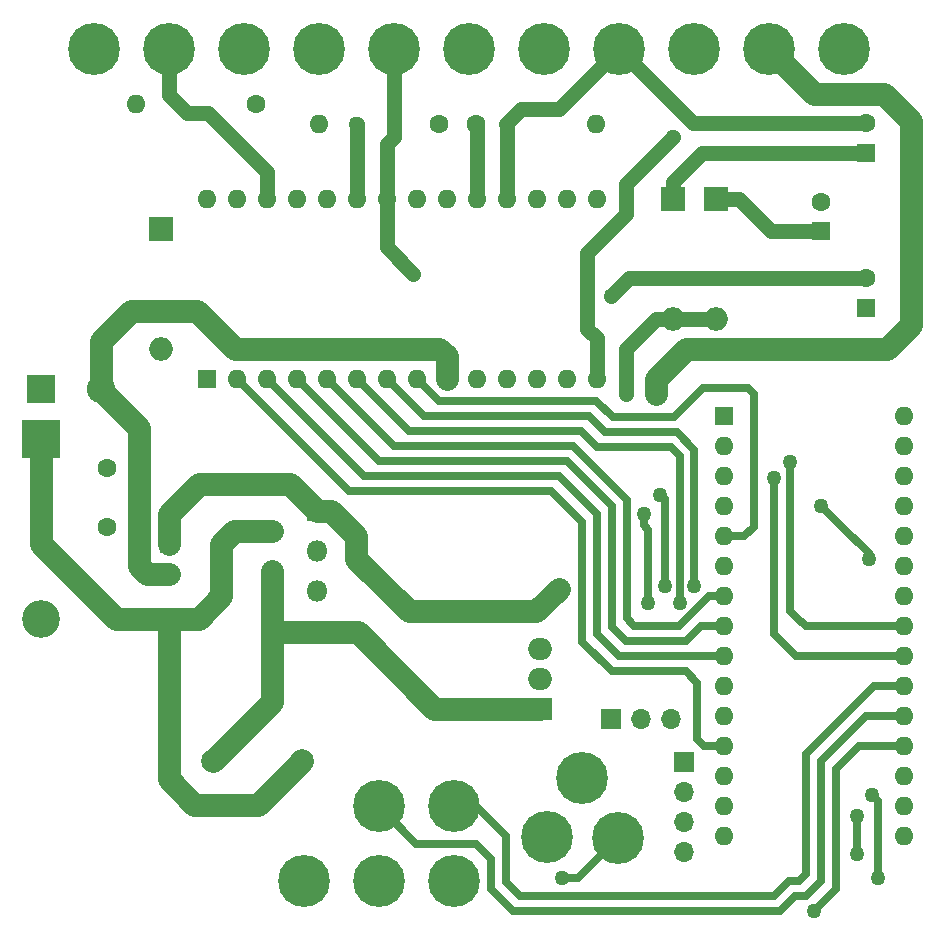
<source format=gbr>
%TF.GenerationSoftware,KiCad,Pcbnew,6.0.11+dfsg-1*%
%TF.CreationDate,2023-11-07T11:39:56+00:00*%
%TF.ProjectId,bb2a,62623261-2e6b-4696-9361-645f70636258,rev?*%
%TF.SameCoordinates,Original*%
%TF.FileFunction,Copper,L2,Bot*%
%TF.FilePolarity,Positive*%
%FSLAX46Y46*%
G04 Gerber Fmt 4.6, Leading zero omitted, Abs format (unit mm)*
G04 Created by KiCad (PCBNEW 6.0.11+dfsg-1) date 2023-11-07 11:39:56*
%MOMM*%
%LPD*%
G01*
G04 APERTURE LIST*
%TA.AperFunction,ComponentPad*%
%ADD10R,1.600000X1.600000*%
%TD*%
%TA.AperFunction,ComponentPad*%
%ADD11O,1.600000X1.600000*%
%TD*%
%TA.AperFunction,ComponentPad*%
%ADD12C,1.600000*%
%TD*%
%TA.AperFunction,ComponentPad*%
%ADD13R,2.000000X2.000000*%
%TD*%
%TA.AperFunction,ComponentPad*%
%ADD14O,2.000000X2.000000*%
%TD*%
%TA.AperFunction,ComponentPad*%
%ADD15C,0.700000*%
%TD*%
%TA.AperFunction,ComponentPad*%
%ADD16C,4.400000*%
%TD*%
%TA.AperFunction,ComponentPad*%
%ADD17R,2.400000X2.400000*%
%TD*%
%TA.AperFunction,ComponentPad*%
%ADD18O,2.400000X2.400000*%
%TD*%
%TA.AperFunction,ComponentPad*%
%ADD19R,1.800000X1.800000*%
%TD*%
%TA.AperFunction,ComponentPad*%
%ADD20O,1.800000X1.800000*%
%TD*%
%TA.AperFunction,ComponentPad*%
%ADD21C,2.000000*%
%TD*%
%TA.AperFunction,ComponentPad*%
%ADD22R,1.700000X1.700000*%
%TD*%
%TA.AperFunction,ComponentPad*%
%ADD23O,1.700000X1.700000*%
%TD*%
%TA.AperFunction,ComponentPad*%
%ADD24R,3.200000X3.200000*%
%TD*%
%TA.AperFunction,ComponentPad*%
%ADD25O,3.200000X3.200000*%
%TD*%
%TA.AperFunction,ComponentPad*%
%ADD26R,2.000000X1.905000*%
%TD*%
%TA.AperFunction,ComponentPad*%
%ADD27O,2.000000X1.905000*%
%TD*%
%TA.AperFunction,ViaPad*%
%ADD28C,1.270000*%
%TD*%
%TA.AperFunction,Conductor*%
%ADD29C,1.905000*%
%TD*%
%TA.AperFunction,Conductor*%
%ADD30C,0.635000*%
%TD*%
%TA.AperFunction,Conductor*%
%ADD31C,1.270000*%
%TD*%
G04 APERTURE END LIST*
D10*
%TO.P,U3,1,VCC*%
%TO.N,+12V*%
X130185000Y-100970000D03*
D11*
%TO.P,U3,2,~{HIN1}*%
%TO.N,/Motor Control/U_PULL_HIGH_LOGIC*%
X132725000Y-100970000D03*
%TO.P,U3,3,~{HIN2}*%
%TO.N,/Motor Control/V_PULL_HIGH_LOGIC*%
X135265000Y-100970000D03*
%TO.P,U3,4,~{HIN3}*%
%TO.N,/Motor Control/W_PULL_HIGH_LOGIC*%
X137805000Y-100970000D03*
%TO.P,U3,5,~{LIN1}*%
%TO.N,/Motor Control/U_PULL_LOW_LOGIC*%
X140345000Y-100970000D03*
%TO.P,U3,6,~{LIN2}*%
%TO.N,/Motor Control/V_PULL_LOW_LOGIC*%
X142885000Y-100970000D03*
%TO.P,U3,7,~{LIN3}*%
%TO.N,/Motor Control/W_PULL_LOW_LOGIC*%
X145425000Y-100970000D03*
%TO.P,U3,8,~{FAULT}*%
%TO.N,/Motor Control/FAULT_LOGIC*%
X147965000Y-100970000D03*
%TO.P,U3,9,ITRIP*%
%TO.N,GNDPWR*%
X150505000Y-100970000D03*
%TO.P,U3,10,CAO*%
%TO.N,unconnected-(U3-Pad10)*%
X153045000Y-100970000D03*
%TO.P,U3,11,CA-*%
%TO.N,unconnected-(U3-Pad11)*%
X155585000Y-100970000D03*
%TO.P,U3,12,VSS*%
%TO.N,GNDPWR*%
X158125000Y-100970000D03*
%TO.P,U3,13,VS0*%
X160665000Y-100970000D03*
%TO.P,U3,14,LO3*%
%TO.N,/Motor Control/W_LOW_SIDE_DRIVE*%
X163205000Y-100970000D03*
%TO.P,U3,15,LO2*%
%TO.N,/Motor Control/V_LOW_SIDE_DRIVE*%
X163205000Y-85730000D03*
%TO.P,U3,16,LO1*%
%TO.N,/Motor Control/U_LOW_SIDE_DRIVE*%
X160665000Y-85730000D03*
%TO.P,U3,17*%
%TO.N,N/C*%
X158125000Y-85730000D03*
%TO.P,U3,18,VS3*%
%TO.N,/Motor Control/MOTOR_W*%
X155585000Y-85730000D03*
%TO.P,U3,19,HO3*%
%TO.N,Net-(R3-Pad1)*%
X153045000Y-85730000D03*
%TO.P,U3,20,VB3*%
%TO.N,Net-(C6-Pad1)*%
X150505000Y-85730000D03*
%TO.P,U3,21*%
%TO.N,N/C*%
X147965000Y-85730000D03*
%TO.P,U3,22,VS2*%
%TO.N,/Motor Control/MOTOR_V*%
X145425000Y-85730000D03*
%TO.P,U3,23,HO2*%
%TO.N,Net-(R2-Pad1)*%
X142885000Y-85730000D03*
%TO.P,U3,24,VB2*%
%TO.N,Net-(C5-Pad1)*%
X140345000Y-85730000D03*
%TO.P,U3,25*%
%TO.N,N/C*%
X137805000Y-85730000D03*
%TO.P,U3,26,VS1*%
%TO.N,/Motor Control/MOTOR U*%
X135265000Y-85730000D03*
%TO.P,U3,27,HO1*%
%TO.N,Net-(R1-Pad1)*%
X132725000Y-85730000D03*
%TO.P,U3,28,VB1*%
%TO.N,Net-(C4-Pad1)*%
X130185000Y-85730000D03*
%TD*%
D10*
%TO.P,C5,1*%
%TO.N,Net-(C5-Pad1)*%
X182245000Y-88474280D03*
D12*
%TO.P,C5,2*%
%TO.N,/Motor Control/MOTOR_V*%
X182245000Y-85974280D03*
%TD*%
D10*
%TO.P,C4,1*%
%TO.N,Net-(C4-Pad1)*%
X186055000Y-94959520D03*
D12*
%TO.P,C4,2*%
%TO.N,/Motor Control/MOTOR U*%
X186055000Y-92459520D03*
%TD*%
D10*
%TO.P,C6,1*%
%TO.N,Net-(C6-Pad1)*%
X186055000Y-81827380D03*
D12*
%TO.P,C6,2*%
%TO.N,/Motor Control/MOTOR_W*%
X186055000Y-79327380D03*
%TD*%
D13*
%TO.P,D3,1,K*%
%TO.N,Net-(C5-Pad1)*%
X173355000Y-85725000D03*
D14*
%TO.P,D3,2,A*%
%TO.N,+12V*%
X173355000Y-95885000D03*
%TD*%
D15*
%TO.P,H20,1,1*%
%TO.N,+5V*%
X165000000Y-138250000D03*
X163350000Y-139900000D03*
X163833274Y-141066726D03*
X166650000Y-139900000D03*
X163833274Y-138733274D03*
X166166726Y-138733274D03*
X166166726Y-141066726D03*
D16*
X165000000Y-139900000D03*
D15*
X165000000Y-141550000D03*
%TD*%
%TO.P,H5,1,1*%
%TO.N,/Motor Control/MOTOR_V*%
X144883274Y-71858274D03*
D16*
X146050000Y-73025000D03*
D15*
X147700000Y-73025000D03*
X144400000Y-73025000D03*
X146050000Y-74675000D03*
X147216726Y-71858274D03*
X147216726Y-74191726D03*
X144883274Y-74191726D03*
X146050000Y-71375000D03*
%TD*%
D17*
%TO.P,C2,1*%
%TO.N,+12V*%
X116205000Y-101854000D03*
D18*
%TO.P,C2,2*%
%TO.N,GNDPWR*%
X121285000Y-101854000D03*
%TD*%
D19*
%TO.P,U1,1,VIN*%
%TO.N,VCC*%
X139545000Y-112170000D03*
D20*
%TO.P,U1,2,OUT*%
%TO.N,Net-(D1-Pad1)*%
X135745000Y-113870000D03*
%TO.P,U1,3,GND*%
%TO.N,GNDPWR*%
X139545000Y-115570000D03*
%TO.P,U1,4,FB*%
%TO.N,+12V*%
X135745000Y-117270000D03*
%TO.P,U1,5,~{ON}/OFF*%
%TO.N,GNDPWR*%
X139545000Y-118970000D03*
%TD*%
D15*
%TO.P,H17,1,1*%
%TO.N,GNDPWR*%
X139596726Y-142333274D03*
X139596726Y-144666726D03*
X136780000Y-143500000D03*
X138430000Y-145150000D03*
X140080000Y-143500000D03*
X138430000Y-141850000D03*
X137263274Y-144666726D03*
D16*
X138430000Y-143500000D03*
D15*
X137263274Y-142333274D03*
%TD*%
%TO.P,H9,1,1*%
%TO.N,/Motor Control/W_LOW_SIDE_DRIVE*%
X170283274Y-74191726D03*
X172616726Y-71858274D03*
X171450000Y-71375000D03*
X172616726Y-74191726D03*
X169800000Y-73025000D03*
X171450000Y-74675000D03*
D16*
X171450000Y-73025000D03*
D15*
X173100000Y-73025000D03*
X170283274Y-71858274D03*
%TD*%
%TO.P,H21,1,1*%
%TO.N,GNDPWR*%
X160650000Y-139800000D03*
X160166726Y-138633274D03*
X160166726Y-140966726D03*
D16*
X159000000Y-139800000D03*
D15*
X157833274Y-140966726D03*
X157833274Y-138633274D03*
X159000000Y-138150000D03*
X157350000Y-139800000D03*
X159000000Y-141450000D03*
%TD*%
D12*
%TO.P,R2,1*%
%TO.N,Net-(R2-Pad1)*%
X149860000Y-79375000D03*
D11*
%TO.P,R2,2*%
%TO.N,/Motor Control/V_HIGH_SIDE_DRIVE*%
X139700000Y-79375000D03*
%TD*%
D10*
%TO.P,A1,1,D1/TX*%
%TO.N,unconnected-(A1-Pad1)*%
X174000000Y-104140000D03*
D11*
%TO.P,A1,2,D0/RX*%
%TO.N,unconnected-(A1-Pad2)*%
X174000000Y-106680000D03*
%TO.P,A1,3,~{RESET}*%
%TO.N,unconnected-(A1-Pad3)*%
X174000000Y-109220000D03*
%TO.P,A1,4,GND*%
%TO.N,GNDPWR*%
X174000000Y-111760000D03*
%TO.P,A1,5,D2*%
%TO.N,/Motor Control/FAULT_LOGIC*%
X174000000Y-114300000D03*
%TO.P,A1,6,D3*%
%TO.N,Net-(J1-Pad1)*%
X174000000Y-116840000D03*
%TO.P,A1,7,D4*%
%TO.N,/Motor Control/U_PULL_LOW_LOGIC*%
X174000000Y-119380000D03*
%TO.P,A1,8,D5*%
%TO.N,/Motor Control/W_PULL_HIGH_LOGIC*%
X174000000Y-121920000D03*
%TO.P,A1,9,D6*%
%TO.N,/Motor Control/V_PULL_HIGH_LOGIC*%
X174000000Y-124460000D03*
%TO.P,A1,10,D7*%
%TO.N,/Motor Control/W_PULL_LOW_LOGIC*%
X174000000Y-127000000D03*
%TO.P,A1,11,D8*%
%TO.N,/Motor Control/V_PULL_LOW_LOGIC*%
X174000000Y-129540000D03*
%TO.P,A1,12,D9*%
%TO.N,/Motor Control/U_PULL_HIGH_LOGIC*%
X174000000Y-132080000D03*
%TO.P,A1,13,D10*%
%TO.N,Net-(A1-Pad13)*%
X174000000Y-134620000D03*
%TO.P,A1,14,D11*%
%TO.N,Net-(A1-Pad14)*%
X174000000Y-137160000D03*
%TO.P,A1,15,D12*%
%TO.N,Net-(A1-Pad15)*%
X174000000Y-139700000D03*
%TO.P,A1,16,D13*%
%TO.N,Net-(A1-Pad16)*%
X189240000Y-139700000D03*
%TO.P,A1,17,3V3*%
%TO.N,unconnected-(A1-Pad17)*%
X189240000Y-137160000D03*
%TO.P,A1,18,AREF*%
%TO.N,unconnected-(A1-Pad18)*%
X189240000Y-134620000D03*
%TO.P,A1,19,A0*%
%TO.N,Net-(A1-Pad19)*%
X189240000Y-132080000D03*
%TO.P,A1,20,A1*%
%TO.N,Net-(A1-Pad20)*%
X189240000Y-129540000D03*
%TO.P,A1,21,A2*%
%TO.N,Net-(A1-Pad21)*%
X189240000Y-127000000D03*
%TO.P,A1,22,A3*%
%TO.N,Net-(A1-Pad22)*%
X189240000Y-124460000D03*
%TO.P,A1,23,A4*%
%TO.N,Net-(A1-Pad23)*%
X189240000Y-121920000D03*
%TO.P,A1,24,A5*%
%TO.N,unconnected-(A1-Pad24)*%
X189240000Y-119380000D03*
%TO.P,A1,25,A6*%
%TO.N,unconnected-(A1-Pad25)*%
X189240000Y-116840000D03*
%TO.P,A1,26,A7*%
%TO.N,unconnected-(A1-Pad26)*%
X189240000Y-114300000D03*
%TO.P,A1,27,+5V*%
%TO.N,+5V*%
X189240000Y-111760000D03*
%TO.P,A1,28,~{RESET}*%
%TO.N,unconnected-(A1-Pad28)*%
X189240000Y-109220000D03*
%TO.P,A1,29,GND*%
%TO.N,GNDPWR*%
X189240000Y-106680000D03*
%TO.P,A1,30,VIN*%
%TO.N,unconnected-(A1-Pad30)*%
X189240000Y-104140000D03*
%TD*%
D15*
%TO.P,H16,1,1*%
%TO.N,Net-(A1-Pad19)*%
X152296726Y-142343274D03*
X149963274Y-144676726D03*
X151130000Y-145160000D03*
X151130000Y-141860000D03*
X152296726Y-144676726D03*
D16*
X151130000Y-143510000D03*
D15*
X152780000Y-143510000D03*
X149963274Y-142343274D03*
X149480000Y-143510000D03*
%TD*%
%TO.P,H10,1,1*%
%TO.N,VCC*%
X178966726Y-71858274D03*
X178966726Y-74191726D03*
X177800000Y-74675000D03*
X179450000Y-73025000D03*
X176150000Y-73025000D03*
D16*
X177800000Y-73025000D03*
D15*
X176633274Y-71858274D03*
X177800000Y-71375000D03*
X176633274Y-74191726D03*
%TD*%
%TO.P,H2,1,1*%
%TO.N,/Motor Control/MOTOR U*%
X125833274Y-74191726D03*
X128166726Y-71858274D03*
D16*
X127000000Y-73025000D03*
D15*
X127000000Y-74675000D03*
X127000000Y-71375000D03*
X128650000Y-73025000D03*
X125833274Y-71858274D03*
X128166726Y-74191726D03*
X125350000Y-73025000D03*
%TD*%
%TO.P,H15,1,1*%
%TO.N,Net-(A1-Pad20)*%
X145946726Y-135993274D03*
X143130000Y-137160000D03*
X143613274Y-135993274D03*
X146430000Y-137160000D03*
D16*
X144780000Y-137160000D03*
D15*
X144780000Y-138810000D03*
X144780000Y-135510000D03*
X145946726Y-138326726D03*
X143613274Y-138326726D03*
%TD*%
%TO.P,H19,1,1*%
%TO.N,+12V*%
X162000000Y-136400000D03*
X160833274Y-133583274D03*
X163650000Y-134750000D03*
X163166726Y-133583274D03*
X163166726Y-135916726D03*
D16*
X162000000Y-134750000D03*
D15*
X162000000Y-133100000D03*
X160350000Y-134750000D03*
X160833274Y-135916726D03*
%TD*%
%TO.P,H3,1,1*%
%TO.N,/Motor Control/U_LOW_SIDE_DRIVE*%
X133350000Y-71375000D03*
X133350000Y-74675000D03*
X132183274Y-71858274D03*
X134516726Y-71858274D03*
X131700000Y-73025000D03*
X134516726Y-74191726D03*
X132183274Y-74191726D03*
X135000000Y-73025000D03*
D16*
X133350000Y-73025000D03*
%TD*%
D12*
%TO.P,R3,1*%
%TO.N,Net-(R3-Pad1)*%
X153035000Y-79375000D03*
D11*
%TO.P,R3,2*%
%TO.N,/Motor Control/W_HIGH_SIDE_DRIVE*%
X163195000Y-79375000D03*
%TD*%
D21*
%TO.P,L1,1,1*%
%TO.N,Net-(D1-Pad1)*%
X138230000Y-133350000D03*
%TO.P,L1,2,2*%
%TO.N,+12V*%
X130730000Y-133350000D03*
%TD*%
D22*
%TO.P,J2,1,Pin_1*%
%TO.N,Net-(A1-Pad13)*%
X170650000Y-133450000D03*
D23*
%TO.P,J2,2,Pin_2*%
%TO.N,Net-(A1-Pad14)*%
X170650000Y-135990000D03*
%TO.P,J2,3,Pin_3*%
%TO.N,Net-(A1-Pad15)*%
X170650000Y-138530000D03*
%TO.P,J2,4,Pin_4*%
%TO.N,Net-(A1-Pad16)*%
X170650000Y-141070000D03*
%TD*%
D15*
%TO.P,H7,1,1*%
%TO.N,/Motor Control/W_HIGH_SIDE_DRIVE*%
X157100000Y-73025000D03*
X158750000Y-71375000D03*
X159916726Y-74191726D03*
X160400000Y-73025000D03*
X159916726Y-71858274D03*
D16*
X158750000Y-73025000D03*
D15*
X158750000Y-74675000D03*
X157583274Y-74191726D03*
X157583274Y-71858274D03*
%TD*%
D22*
%TO.P,J1,1,Pin_1*%
%TO.N,Net-(J1-Pad1)*%
X164420000Y-129750000D03*
D23*
%TO.P,J1,2,Pin_2*%
%TO.N,Net-(A1-Pad23)*%
X166960000Y-129750000D03*
%TO.P,J1,3,Pin_3*%
%TO.N,Net-(A1-Pad22)*%
X169500000Y-129750000D03*
%TD*%
D13*
%TO.P,D4,1,K*%
%TO.N,Net-(C6-Pad1)*%
X169672000Y-85725000D03*
D14*
%TO.P,D4,2,A*%
%TO.N,+12V*%
X169672000Y-95885000D03*
%TD*%
D10*
%TO.P,C1,1*%
%TO.N,VCC*%
X127000000Y-114996210D03*
D12*
%TO.P,C1,2*%
%TO.N,GNDPWR*%
X127000000Y-117496210D03*
%TD*%
D13*
%TO.P,D2,1,K*%
%TO.N,Net-(C4-Pad1)*%
X126365000Y-88265000D03*
D14*
%TO.P,D2,2,A*%
%TO.N,+12V*%
X126365000Y-98425000D03*
%TD*%
D24*
%TO.P,D1,1,K*%
%TO.N,Net-(D1-Pad1)*%
X116205000Y-106045000D03*
D25*
%TO.P,D1,2,A*%
%TO.N,GNDPWR*%
X116205000Y-121285000D03*
%TD*%
D15*
%TO.P,H6,1,1*%
%TO.N,/Motor Control/V_LOW_SIDE_DRIVE*%
X153566726Y-74191726D03*
X152400000Y-74675000D03*
X154050000Y-73025000D03*
X152400000Y-71375000D03*
X151233274Y-71858274D03*
X153566726Y-71858274D03*
X151233274Y-74191726D03*
X150750000Y-73025000D03*
D16*
X152400000Y-73025000D03*
%TD*%
D12*
%TO.P,R1,1*%
%TO.N,Net-(R1-Pad1)*%
X134366000Y-77724000D03*
D11*
%TO.P,R1,2*%
%TO.N,/Motor Control/U_HIGH_SIDE_DRIVE*%
X124206000Y-77724000D03*
%TD*%
D12*
%TO.P,C3,1*%
%TO.N,+12V*%
X121793000Y-108498000D03*
%TO.P,C3,2*%
%TO.N,GNDPWR*%
X121793000Y-113498000D03*
%TD*%
D15*
%TO.P,H4,1,1*%
%TO.N,/Motor Control/V_HIGH_SIDE_DRIVE*%
X138533274Y-74191726D03*
X139700000Y-71375000D03*
X139700000Y-74675000D03*
D16*
X139700000Y-73025000D03*
D15*
X140866726Y-74191726D03*
X141350000Y-73025000D03*
X138050000Y-73025000D03*
X140866726Y-71858274D03*
X138533274Y-71858274D03*
%TD*%
%TO.P,H1,1,1*%
%TO.N,/Motor Control/U_HIGH_SIDE_DRIVE*%
X120650000Y-74675000D03*
X121816726Y-74191726D03*
X121816726Y-71858274D03*
D16*
X120650000Y-73025000D03*
D15*
X119483274Y-71858274D03*
X119000000Y-73025000D03*
X120650000Y-71375000D03*
X119483274Y-74191726D03*
X122300000Y-73025000D03*
%TD*%
%TO.P,H8,1,1*%
%TO.N,/Motor Control/MOTOR_W*%
X163933274Y-74191726D03*
X166266726Y-71858274D03*
X165100000Y-74675000D03*
X163933274Y-71858274D03*
X165100000Y-71375000D03*
X166266726Y-74191726D03*
X166750000Y-73025000D03*
D16*
X165100000Y-73025000D03*
D15*
X163450000Y-73025000D03*
%TD*%
D26*
%TO.P,U2,1,VI*%
%TO.N,+12V*%
X158455000Y-128905000D03*
D27*
%TO.P,U2,2,GND*%
%TO.N,GNDPWR*%
X158455000Y-126365000D03*
%TO.P,U2,3,VO*%
%TO.N,+5V*%
X158455000Y-123825000D03*
%TD*%
D15*
%TO.P,H11,1,1*%
%TO.N,GNDPWR*%
X182983274Y-74191726D03*
X182500000Y-73025000D03*
X185800000Y-73025000D03*
X185316726Y-74191726D03*
X185316726Y-71858274D03*
X184150000Y-71375000D03*
X182983274Y-71858274D03*
X184150000Y-74675000D03*
D16*
X184150000Y-73025000D03*
%TD*%
D15*
%TO.P,H18,1,1*%
%TO.N,+5V*%
X146430000Y-143510000D03*
D16*
X144780000Y-143510000D03*
D15*
X145946726Y-144676726D03*
X143613274Y-144676726D03*
X143613274Y-142343274D03*
X145946726Y-142343274D03*
X144780000Y-141860000D03*
X144780000Y-145160000D03*
X143130000Y-143510000D03*
%TD*%
%TO.P,H14,1,1*%
%TO.N,Net-(A1-Pad21)*%
X152296726Y-138326726D03*
X151130000Y-135510000D03*
X152780000Y-137160000D03*
X152296726Y-135993274D03*
X151130000Y-138810000D03*
X149963274Y-135993274D03*
D16*
X151130000Y-137160000D03*
D15*
X149963274Y-138326726D03*
X149480000Y-137160000D03*
%TD*%
D28*
%TO.N,GNDPWR*%
X186500000Y-136250000D03*
X187000000Y-143250000D03*
X186250000Y-116250000D03*
X182245000Y-111760000D03*
%TO.N,/Motor Control/W_PULL_LOW_LOGIC*%
X171500000Y-118500000D03*
%TO.N,/Motor Control/V_PULL_LOW_LOGIC*%
X170250000Y-120000000D03*
%TO.N,Net-(A1-Pad19)*%
X181610000Y-146050000D03*
%TO.N,+5V*%
X185250000Y-141250000D03*
X160250000Y-143250000D03*
X185250000Y-138000000D03*
%TO.N,VCC*%
X168275000Y-102235000D03*
X160020000Y-118745000D03*
%TO.N,+12V*%
X165735000Y-102235000D03*
%TO.N,/Motor Control/MOTOR U*%
X164465000Y-93980000D03*
%TO.N,/Motor Control/MOTOR_V*%
X147701000Y-92075000D03*
%TO.N,/Motor Control/W_LOW_SIDE_DRIVE*%
X169672000Y-80518000D03*
%TO.N,Net-(R2-Pad1)*%
X142875000Y-79375000D03*
%TO.N,Net-(A1-Pad22)*%
X169000000Y-118500000D03*
X168600000Y-110800000D03*
X178200000Y-109400000D03*
%TO.N,Net-(A1-Pad23)*%
X167600000Y-120000000D03*
X167200000Y-112400000D03*
X179600000Y-108000000D03*
%TD*%
D29*
%TO.N,GNDPWR*%
X125116210Y-117496210D02*
X124460000Y-116840000D01*
D30*
X186000000Y-115500000D02*
X186250000Y-115750000D01*
D29*
X132588000Y-98425000D02*
X149860000Y-98425000D01*
X129413000Y-95250000D02*
X132588000Y-98425000D01*
X127000000Y-117496210D02*
X125116210Y-117496210D01*
D30*
X186500000Y-136250000D02*
X187000000Y-136750000D01*
X184235000Y-113750000D02*
X184250000Y-113750000D01*
X187000000Y-136750000D02*
X187000000Y-141250000D01*
D29*
X121286500Y-97788500D02*
X123825000Y-95250000D01*
X149860000Y-98425000D02*
X150505000Y-99070000D01*
X121286500Y-101954500D02*
X121286500Y-97788500D01*
X124460000Y-105128000D02*
X121286500Y-101954500D01*
X150505000Y-99070000D02*
X150505000Y-100970000D01*
D30*
X186250000Y-115750000D02*
X186250000Y-116250000D01*
D29*
X123825000Y-95250000D02*
X129413000Y-95250000D01*
D30*
X184235000Y-113750000D02*
X182245000Y-111760000D01*
D29*
X124460000Y-116840000D02*
X124460000Y-105128000D01*
D30*
X187000000Y-141250000D02*
X187000000Y-143250000D01*
X184250000Y-113750000D02*
X186000000Y-115500000D01*
%TO.N,/Motor Control/FAULT_LOGIC*%
X175700000Y-114300000D02*
X176500000Y-113500000D01*
X149865000Y-102870000D02*
X147965000Y-100970000D01*
X176000000Y-101750000D02*
X172250000Y-101750000D01*
X176500000Y-102250000D02*
X176000000Y-101750000D01*
X174000000Y-114300000D02*
X175700000Y-114300000D01*
X163195000Y-102870000D02*
X149865000Y-102870000D01*
X164575000Y-104250000D02*
X163195000Y-102870000D01*
X172250000Y-101750000D02*
X169750000Y-104250000D01*
X176500000Y-113500000D02*
X176500000Y-102250000D01*
X169750000Y-104250000D02*
X164575000Y-104250000D01*
%TO.N,/Motor Control/U_PULL_LOW_LOGIC*%
X166420000Y-121920000D02*
X165750000Y-121250000D01*
X165750000Y-121250000D02*
X165750000Y-111250000D01*
X172720000Y-119380000D02*
X170180000Y-121920000D01*
X170180000Y-121920000D02*
X166420000Y-121920000D01*
X146055000Y-106680000D02*
X160820000Y-106680000D01*
X165750000Y-111250000D02*
X161180000Y-106680000D01*
X140345000Y-100970000D02*
X146055000Y-106680000D01*
X174000000Y-119380000D02*
X172720000Y-119380000D01*
X161180000Y-106680000D02*
X160820000Y-106680000D01*
%TO.N,/Motor Control/W_PULL_HIGH_LOGIC*%
X165735000Y-123190000D02*
X164500000Y-121955000D01*
X172085000Y-121920000D02*
X170815000Y-123190000D01*
X164500000Y-121955000D02*
X164500000Y-111750000D01*
X174000000Y-121920000D02*
X172085000Y-121920000D01*
X160700000Y-107950000D02*
X144785000Y-107950000D01*
X164500000Y-111750000D02*
X160700000Y-107950000D01*
X170815000Y-123190000D02*
X165735000Y-123190000D01*
X144785000Y-107950000D02*
X137805000Y-100970000D01*
%TO.N,/Motor Control/V_PULL_HIGH_LOGIC*%
X163250000Y-122610000D02*
X165100000Y-124460000D01*
X143515000Y-109220000D02*
X160020000Y-109220000D01*
X160020000Y-109220000D02*
X163250000Y-112450000D01*
X135265000Y-100970000D02*
X143515000Y-109220000D01*
X163250000Y-112450000D02*
X163250000Y-122610000D01*
X165100000Y-124460000D02*
X174000000Y-124460000D01*
%TO.N,/Motor Control/W_PULL_LOW_LOGIC*%
X171500000Y-118500000D02*
X171500000Y-107000000D01*
X170000000Y-105500000D02*
X163920000Y-105500000D01*
X163920000Y-105500000D02*
X162560000Y-104140000D01*
X148595000Y-104140000D02*
X145425000Y-100970000D01*
X162560000Y-104140000D02*
X148595000Y-104140000D01*
X171500000Y-107000000D02*
X170000000Y-105500000D01*
%TO.N,/Motor Control/V_PULL_LOW_LOGIC*%
X142885000Y-100970000D02*
X147325000Y-105410000D01*
X163265000Y-106750000D02*
X169500000Y-106750000D01*
X147325000Y-105410000D02*
X161925000Y-105410000D01*
X170250000Y-107500000D02*
X170250000Y-108750000D01*
X170250000Y-108750000D02*
X170250000Y-120000000D01*
X161925000Y-105410000D02*
X163265000Y-106750000D01*
X169500000Y-106750000D02*
X170250000Y-107500000D01*
%TO.N,/Motor Control/U_PULL_HIGH_LOGIC*%
X174000000Y-132080000D02*
X172330000Y-132080000D01*
X164500000Y-125750000D02*
X162000000Y-123250000D01*
X171750000Y-131500000D02*
X171750000Y-126750000D01*
X172330000Y-132080000D02*
X171750000Y-131500000D01*
X170750000Y-125750000D02*
X164500000Y-125750000D01*
X159385000Y-110490000D02*
X142245000Y-110490000D01*
X142245000Y-110490000D02*
X132725000Y-100970000D01*
X162000000Y-123250000D02*
X162000000Y-113105000D01*
X162000000Y-113105000D02*
X159385000Y-110490000D01*
X171750000Y-126750000D02*
X170750000Y-125750000D01*
%TO.N,Net-(A1-Pad19)*%
X185420000Y-132080000D02*
X189240000Y-132080000D01*
X181610000Y-146050000D02*
X183515000Y-144145000D01*
X183515000Y-144145000D02*
X183515000Y-133985000D01*
X183515000Y-133985000D02*
X185420000Y-132080000D01*
%TO.N,Net-(A1-Pad20)*%
X189240000Y-129540000D02*
X186055000Y-129540000D01*
X153035000Y-140335000D02*
X147955000Y-140335000D01*
X180975000Y-144780000D02*
X179970000Y-144780000D01*
X178750000Y-146000000D02*
X156160000Y-146000000D01*
X179970000Y-144780000D02*
X178750000Y-146000000D01*
X186055000Y-129540000D02*
X182245000Y-133350000D01*
X154305000Y-141605000D02*
X153035000Y-140335000D01*
X182245000Y-133350000D02*
X182245000Y-143510000D01*
X154305000Y-144145000D02*
X154305000Y-141605000D01*
X182245000Y-143510000D02*
X180975000Y-144780000D01*
X147955000Y-140335000D02*
X144780000Y-137160000D01*
X156160000Y-146000000D02*
X154305000Y-144145000D01*
%TO.N,Net-(A1-Pad21)*%
X186690000Y-127000000D02*
X180975000Y-132715000D01*
X155575000Y-143575000D02*
X155575000Y-142425000D01*
X155575000Y-139700000D02*
X153035000Y-137160000D01*
X179490000Y-143510000D02*
X178250000Y-144750000D01*
X156750000Y-144750000D02*
X155575000Y-143575000D01*
X180975000Y-132715000D02*
X180975000Y-142875000D01*
X180975000Y-142875000D02*
X180340000Y-143510000D01*
X189240000Y-127000000D02*
X186690000Y-127000000D01*
X180340000Y-143510000D02*
X179490000Y-143510000D01*
X155575000Y-142875000D02*
X155575000Y-142425000D01*
X178250000Y-144750000D02*
X156750000Y-144750000D01*
X155575000Y-142425000D02*
X155575000Y-139700000D01*
X153035000Y-137160000D02*
X151130000Y-137160000D01*
%TO.N,+5V*%
X160250000Y-143250000D02*
X161650000Y-143250000D01*
X161650000Y-143250000D02*
X165000000Y-139900000D01*
X185250000Y-138000000D02*
X185250000Y-141250000D01*
D29*
%TO.N,VCC*%
X177800000Y-73025000D02*
X181610000Y-76835000D01*
X189865000Y-96393000D02*
X187833000Y-98425000D01*
X129540000Y-109855000D02*
X137230000Y-109855000D01*
X147320000Y-120650000D02*
X158115000Y-120650000D01*
X142875000Y-114300000D02*
X142875000Y-116205000D01*
X139545000Y-112170000D02*
X140745000Y-112170000D01*
X137230000Y-109855000D02*
X139545000Y-112170000D01*
X187579000Y-76835000D02*
X189865000Y-79121000D01*
X158115000Y-120650000D02*
X160020000Y-118745000D01*
X127000000Y-114996210D02*
X127000000Y-112395000D01*
X168275000Y-100965000D02*
X168275000Y-102235000D01*
X189865000Y-79121000D02*
X189865000Y-96393000D01*
X142875000Y-116205000D02*
X147320000Y-120650000D01*
X140745000Y-112170000D02*
X142875000Y-114300000D01*
X127000000Y-112395000D02*
X129540000Y-109855000D01*
X170815000Y-98425000D02*
X168275000Y-100965000D01*
X187833000Y-98425000D02*
X170815000Y-98425000D01*
X181610000Y-76835000D02*
X187579000Y-76835000D01*
%TO.N,+12V*%
X135745000Y-122446000D02*
X135745000Y-128335000D01*
D31*
X165735000Y-98425000D02*
X168275000Y-95885000D01*
D29*
X143002000Y-122428000D02*
X135763000Y-122428000D01*
X158455000Y-128905000D02*
X149479000Y-128905000D01*
X135763000Y-122428000D02*
X135745000Y-122446000D01*
D31*
X169672000Y-95885000D02*
X173355000Y-95885000D01*
X168275000Y-95885000D02*
X169672000Y-95885000D01*
D29*
X135745000Y-128335000D02*
X130730000Y-133350000D01*
X135745000Y-117270000D02*
X135745000Y-122446000D01*
D31*
X165735000Y-102235000D02*
X165735000Y-98425000D01*
D29*
X149479000Y-128905000D02*
X143002000Y-122428000D01*
D31*
%TO.N,/Motor Control/MOTOR U*%
X186055000Y-92459520D02*
X165985480Y-92459520D01*
X130302000Y-78486000D02*
X128524000Y-78486000D01*
X135265000Y-85730000D02*
X135265000Y-83449000D01*
X127000000Y-76962000D02*
X127000000Y-73025000D01*
X165985480Y-92459520D02*
X164465000Y-93980000D01*
X135265000Y-83449000D02*
X130302000Y-78486000D01*
X128524000Y-78486000D02*
X127000000Y-76962000D01*
%TO.N,Net-(C5-Pad1)*%
X175260000Y-85725000D02*
X173355000Y-85725000D01*
X178009280Y-88474280D02*
X175260000Y-85725000D01*
X182245000Y-88474280D02*
X178009280Y-88474280D01*
%TO.N,/Motor Control/MOTOR_V*%
X146050000Y-80518000D02*
X146050000Y-73025000D01*
X145425000Y-85730000D02*
X145425000Y-81143000D01*
X145425000Y-81143000D02*
X146050000Y-80518000D01*
X147701000Y-92075000D02*
X145425000Y-89799000D01*
X145425000Y-89799000D02*
X145425000Y-85730000D01*
X145425000Y-73650000D02*
X146050000Y-73025000D01*
%TO.N,Net-(C6-Pad1)*%
X186055000Y-81827380D02*
X172172620Y-81827380D01*
X172172620Y-81827380D02*
X169672000Y-84328000D01*
X169672000Y-84328000D02*
X169672000Y-85725000D01*
%TO.N,/Motor Control/MOTOR_W*%
X165100000Y-73025000D02*
X160020000Y-78105000D01*
X156845000Y-78105000D02*
X155575000Y-79375000D01*
X155575000Y-79375000D02*
X155585000Y-79385000D01*
X171402380Y-79327380D02*
X186055000Y-79327380D01*
X165100000Y-73025000D02*
X171402380Y-79327380D01*
X160020000Y-78105000D02*
X156845000Y-78105000D01*
X155585000Y-79385000D02*
X155585000Y-85730000D01*
D29*
%TO.N,Net-(D1-Pad1)*%
X134547000Y-137033000D02*
X129159000Y-137033000D01*
X129540000Y-121285000D02*
X127000000Y-121285000D01*
X127000000Y-134874000D02*
X127000000Y-121285000D01*
X116205000Y-114935000D02*
X116205000Y-106045000D01*
X132510000Y-113870000D02*
X131445000Y-114935000D01*
X135745000Y-113870000D02*
X132510000Y-113870000D01*
X131445000Y-114935000D02*
X131445000Y-119380000D01*
X127000000Y-121285000D02*
X122555000Y-121285000D01*
X138230000Y-133350000D02*
X134547000Y-137033000D01*
X131445000Y-119380000D02*
X129540000Y-121285000D01*
X129159000Y-137033000D02*
X127000000Y-134874000D01*
X122555000Y-121285000D02*
X116205000Y-114935000D01*
D31*
%TO.N,/Motor Control/W_LOW_SIDE_DRIVE*%
X162433000Y-96774000D02*
X163205000Y-97546000D01*
X165735000Y-86995000D02*
X162433000Y-90297000D01*
X162433000Y-90297000D02*
X162433000Y-96774000D01*
X169672000Y-80518000D02*
X165735000Y-84455000D01*
X163205000Y-97546000D02*
X163205000Y-100970000D01*
X165735000Y-84455000D02*
X165735000Y-86995000D01*
%TO.N,Net-(R2-Pad1)*%
X142885000Y-79385000D02*
X142875000Y-79375000D01*
X142885000Y-85730000D02*
X142885000Y-79385000D01*
%TO.N,Net-(R3-Pad1)*%
X153045000Y-79385000D02*
X153035000Y-79375000D01*
X153045000Y-85730000D02*
X153045000Y-79385000D01*
D30*
%TO.N,Net-(A1-Pad22)*%
X180060000Y-124460000D02*
X189240000Y-124460000D01*
X169000000Y-111200000D02*
X168600000Y-110800000D01*
X169000000Y-114000000D02*
X169000000Y-111200000D01*
X169000000Y-118500000D02*
X169000000Y-114000000D01*
X178200000Y-109400000D02*
X178200000Y-122600000D01*
X178200000Y-122600000D02*
X180060000Y-124460000D01*
%TO.N,Net-(A1-Pad23)*%
X179600000Y-120600000D02*
X179600000Y-108000000D01*
X167600000Y-113800000D02*
X167200000Y-113400000D01*
X167600000Y-120000000D02*
X167600000Y-113800000D01*
X167200000Y-113400000D02*
X167200000Y-112400000D01*
X180200000Y-121200000D02*
X179600000Y-120600000D01*
X180920000Y-121920000D02*
X180200000Y-121200000D01*
X189240000Y-121920000D02*
X180920000Y-121920000D01*
%TD*%
M02*

</source>
